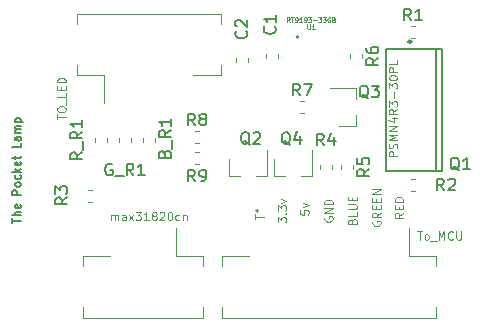
<source format=gbr>
%TF.GenerationSoftware,KiCad,Pcbnew,(5.1.6)-1*%
%TF.CreationDate,2020-08-19T17:28:43+02:00*%
%TF.ProjectId,spectrofluo,73706563-7472-46f6-966c-756f2e6b6963,rev?*%
%TF.SameCoordinates,Original*%
%TF.FileFunction,Legend,Top*%
%TF.FilePolarity,Positive*%
%FSLAX46Y46*%
G04 Gerber Fmt 4.6, Leading zero omitted, Abs format (unit mm)*
G04 Created by KiCad (PCBNEW (5.1.6)-1) date 2020-08-19 17:28:43*
%MOMM*%
%LPD*%
G01*
G04 APERTURE LIST*
%ADD10C,0.150000*%
%ADD11C,0.080000*%
%ADD12C,0.120000*%
%ADD13C,0.249999*%
%ADD14C,0.140000*%
%ADD15C,0.015000*%
G04 APERTURE END LIST*
D10*
X103756666Y-98463333D02*
X103756666Y-98063333D01*
X104456666Y-98263333D02*
X103756666Y-98263333D01*
X104456666Y-97830000D02*
X103756666Y-97830000D01*
X104456666Y-97530000D02*
X104090000Y-97530000D01*
X104023333Y-97563333D01*
X103990000Y-97630000D01*
X103990000Y-97730000D01*
X104023333Y-97796666D01*
X104056666Y-97830000D01*
X104423333Y-96930000D02*
X104456666Y-96996666D01*
X104456666Y-97130000D01*
X104423333Y-97196666D01*
X104356666Y-97230000D01*
X104090000Y-97230000D01*
X104023333Y-97196666D01*
X103990000Y-97130000D01*
X103990000Y-96996666D01*
X104023333Y-96930000D01*
X104090000Y-96896666D01*
X104156666Y-96896666D01*
X104223333Y-97230000D01*
X104456666Y-96063333D02*
X103756666Y-96063333D01*
X103756666Y-95796666D01*
X103790000Y-95730000D01*
X103823333Y-95696666D01*
X103890000Y-95663333D01*
X103990000Y-95663333D01*
X104056666Y-95696666D01*
X104090000Y-95730000D01*
X104123333Y-95796666D01*
X104123333Y-96063333D01*
X104456666Y-95263333D02*
X104423333Y-95330000D01*
X104390000Y-95363333D01*
X104323333Y-95396666D01*
X104123333Y-95396666D01*
X104056666Y-95363333D01*
X104023333Y-95330000D01*
X103990000Y-95263333D01*
X103990000Y-95163333D01*
X104023333Y-95096666D01*
X104056666Y-95063333D01*
X104123333Y-95030000D01*
X104323333Y-95030000D01*
X104390000Y-95063333D01*
X104423333Y-95096666D01*
X104456666Y-95163333D01*
X104456666Y-95263333D01*
X104423333Y-94430000D02*
X104456666Y-94496666D01*
X104456666Y-94630000D01*
X104423333Y-94696666D01*
X104390000Y-94730000D01*
X104323333Y-94763333D01*
X104123333Y-94763333D01*
X104056666Y-94730000D01*
X104023333Y-94696666D01*
X103990000Y-94630000D01*
X103990000Y-94496666D01*
X104023333Y-94430000D01*
X104456666Y-94130000D02*
X103756666Y-94130000D01*
X104190000Y-94063333D02*
X104456666Y-93863333D01*
X103990000Y-93863333D02*
X104256666Y-94130000D01*
X104423333Y-93296666D02*
X104456666Y-93363333D01*
X104456666Y-93496666D01*
X104423333Y-93563333D01*
X104356666Y-93596666D01*
X104090000Y-93596666D01*
X104023333Y-93563333D01*
X103990000Y-93496666D01*
X103990000Y-93363333D01*
X104023333Y-93296666D01*
X104090000Y-93263333D01*
X104156666Y-93263333D01*
X104223333Y-93596666D01*
X103990000Y-93063333D02*
X103990000Y-92796666D01*
X103756666Y-92963333D02*
X104356666Y-92963333D01*
X104423333Y-92930000D01*
X104456666Y-92863333D01*
X104456666Y-92796666D01*
X104456666Y-91696666D02*
X104456666Y-92030000D01*
X103756666Y-92030000D01*
X104456666Y-91163333D02*
X104090000Y-91163333D01*
X104023333Y-91196666D01*
X103990000Y-91263333D01*
X103990000Y-91396666D01*
X104023333Y-91463333D01*
X104423333Y-91163333D02*
X104456666Y-91230000D01*
X104456666Y-91396666D01*
X104423333Y-91463333D01*
X104356666Y-91496666D01*
X104290000Y-91496666D01*
X104223333Y-91463333D01*
X104190000Y-91396666D01*
X104190000Y-91230000D01*
X104156666Y-91163333D01*
X104456666Y-90830000D02*
X103990000Y-90830000D01*
X104056666Y-90830000D02*
X104023333Y-90796666D01*
X103990000Y-90730000D01*
X103990000Y-90630000D01*
X104023333Y-90563333D01*
X104090000Y-90530000D01*
X104456666Y-90530000D01*
X104090000Y-90530000D02*
X104023333Y-90496666D01*
X103990000Y-90430000D01*
X103990000Y-90330000D01*
X104023333Y-90263333D01*
X104090000Y-90230000D01*
X104456666Y-90230000D01*
X103990000Y-89896666D02*
X104690000Y-89896666D01*
X104023333Y-89896666D02*
X103990000Y-89830000D01*
X103990000Y-89696666D01*
X104023333Y-89630000D01*
X104056666Y-89596666D01*
X104123333Y-89563333D01*
X104323333Y-89563333D01*
X104390000Y-89596666D01*
X104423333Y-89630000D01*
X104456666Y-89696666D01*
X104456666Y-89830000D01*
X104423333Y-89896666D01*
D11*
X136841666Y-97605000D02*
X136508333Y-97838333D01*
X136841666Y-98005000D02*
X136141666Y-98005000D01*
X136141666Y-97738333D01*
X136175000Y-97671666D01*
X136208333Y-97638333D01*
X136275000Y-97605000D01*
X136375000Y-97605000D01*
X136441666Y-97638333D01*
X136475000Y-97671666D01*
X136508333Y-97738333D01*
X136508333Y-98005000D01*
X136475000Y-97305000D02*
X136475000Y-97071666D01*
X136841666Y-96971666D02*
X136841666Y-97305000D01*
X136141666Y-97305000D01*
X136141666Y-96971666D01*
X136841666Y-96671666D02*
X136141666Y-96671666D01*
X136141666Y-96505000D01*
X136175000Y-96405000D01*
X136241666Y-96338333D01*
X136308333Y-96305000D01*
X136441666Y-96271666D01*
X136541666Y-96271666D01*
X136675000Y-96305000D01*
X136741666Y-96338333D01*
X136808333Y-96405000D01*
X136841666Y-96505000D01*
X136841666Y-96671666D01*
X134270000Y-98321666D02*
X134236666Y-98388333D01*
X134236666Y-98488333D01*
X134270000Y-98588333D01*
X134336666Y-98655000D01*
X134403333Y-98688333D01*
X134536666Y-98721666D01*
X134636666Y-98721666D01*
X134770000Y-98688333D01*
X134836666Y-98655000D01*
X134903333Y-98588333D01*
X134936666Y-98488333D01*
X134936666Y-98421666D01*
X134903333Y-98321666D01*
X134870000Y-98288333D01*
X134636666Y-98288333D01*
X134636666Y-98421666D01*
X134936666Y-97588333D02*
X134603333Y-97821666D01*
X134936666Y-97988333D02*
X134236666Y-97988333D01*
X134236666Y-97721666D01*
X134270000Y-97655000D01*
X134303333Y-97621666D01*
X134370000Y-97588333D01*
X134470000Y-97588333D01*
X134536666Y-97621666D01*
X134570000Y-97655000D01*
X134603333Y-97721666D01*
X134603333Y-97988333D01*
X134570000Y-97288333D02*
X134570000Y-97055000D01*
X134936666Y-96955000D02*
X134936666Y-97288333D01*
X134236666Y-97288333D01*
X134236666Y-96955000D01*
X134570000Y-96655000D02*
X134570000Y-96421666D01*
X134936666Y-96321666D02*
X134936666Y-96655000D01*
X134236666Y-96655000D01*
X134236666Y-96321666D01*
X134936666Y-96021666D02*
X134236666Y-96021666D01*
X134936666Y-95621666D01*
X134236666Y-95621666D01*
X132538000Y-98325666D02*
X132571333Y-98225666D01*
X132604666Y-98192333D01*
X132671333Y-98159000D01*
X132771333Y-98159000D01*
X132838000Y-98192333D01*
X132871333Y-98225666D01*
X132904666Y-98292333D01*
X132904666Y-98559000D01*
X132204666Y-98559000D01*
X132204666Y-98325666D01*
X132238000Y-98259000D01*
X132271333Y-98225666D01*
X132338000Y-98192333D01*
X132404666Y-98192333D01*
X132471333Y-98225666D01*
X132504666Y-98259000D01*
X132538000Y-98325666D01*
X132538000Y-98559000D01*
X132904666Y-97525666D02*
X132904666Y-97859000D01*
X132204666Y-97859000D01*
X132204666Y-97292333D02*
X132771333Y-97292333D01*
X132838000Y-97259000D01*
X132871333Y-97225666D01*
X132904666Y-97159000D01*
X132904666Y-97025666D01*
X132871333Y-96959000D01*
X132838000Y-96925666D01*
X132771333Y-96892333D01*
X132204666Y-96892333D01*
X132538000Y-96559000D02*
X132538000Y-96325666D01*
X132904666Y-96225666D02*
X132904666Y-96559000D01*
X132204666Y-96559000D01*
X132204666Y-96225666D01*
X130206000Y-97942333D02*
X130172666Y-98009000D01*
X130172666Y-98109000D01*
X130206000Y-98209000D01*
X130272666Y-98275666D01*
X130339333Y-98309000D01*
X130472666Y-98342333D01*
X130572666Y-98342333D01*
X130706000Y-98309000D01*
X130772666Y-98275666D01*
X130839333Y-98209000D01*
X130872666Y-98109000D01*
X130872666Y-98042333D01*
X130839333Y-97942333D01*
X130806000Y-97909000D01*
X130572666Y-97909000D01*
X130572666Y-98042333D01*
X130872666Y-97609000D02*
X130172666Y-97609000D01*
X130872666Y-97209000D01*
X130172666Y-97209000D01*
X130872666Y-96875666D02*
X130172666Y-96875666D01*
X130172666Y-96709000D01*
X130206000Y-96609000D01*
X130272666Y-96542333D01*
X130339333Y-96509000D01*
X130472666Y-96475666D01*
X130572666Y-96475666D01*
X130706000Y-96509000D01*
X130772666Y-96542333D01*
X130839333Y-96609000D01*
X130872666Y-96709000D01*
X130872666Y-96875666D01*
X128140666Y-97382000D02*
X128140666Y-97715333D01*
X128474000Y-97748666D01*
X128440666Y-97715333D01*
X128407333Y-97648666D01*
X128407333Y-97482000D01*
X128440666Y-97415333D01*
X128474000Y-97382000D01*
X128540666Y-97348666D01*
X128707333Y-97348666D01*
X128774000Y-97382000D01*
X128807333Y-97415333D01*
X128840666Y-97482000D01*
X128840666Y-97648666D01*
X128807333Y-97715333D01*
X128774000Y-97748666D01*
X128374000Y-97115333D02*
X128840666Y-96948666D01*
X128374000Y-96782000D01*
X126235666Y-98409000D02*
X126235666Y-97975666D01*
X126502333Y-98209000D01*
X126502333Y-98109000D01*
X126535666Y-98042333D01*
X126569000Y-98009000D01*
X126635666Y-97975666D01*
X126802333Y-97975666D01*
X126869000Y-98009000D01*
X126902333Y-98042333D01*
X126935666Y-98109000D01*
X126935666Y-98309000D01*
X126902333Y-98375666D01*
X126869000Y-98409000D01*
X126869000Y-97675666D02*
X126902333Y-97642333D01*
X126935666Y-97675666D01*
X126902333Y-97709000D01*
X126869000Y-97675666D01*
X126935666Y-97675666D01*
X126235666Y-97409000D02*
X126235666Y-96975666D01*
X126502333Y-97209000D01*
X126502333Y-97109000D01*
X126535666Y-97042333D01*
X126569000Y-97009000D01*
X126635666Y-96975666D01*
X126802333Y-96975666D01*
X126869000Y-97009000D01*
X126902333Y-97042333D01*
X126935666Y-97109000D01*
X126935666Y-97309000D01*
X126902333Y-97375666D01*
X126869000Y-97409000D01*
X126469000Y-96742333D02*
X126935666Y-96575666D01*
X126469000Y-96409000D01*
X124330666Y-98129666D02*
X124330666Y-97729666D01*
X125030666Y-97929666D02*
X124330666Y-97929666D01*
X124330666Y-97396333D02*
X124364000Y-97463000D01*
X124430666Y-97496333D01*
X124497333Y-97463000D01*
X124530666Y-97396333D01*
X124497333Y-97329666D01*
X124430666Y-97296333D01*
X124364000Y-97329666D01*
X124330666Y-97396333D01*
D12*
%TO.C,B_R1*%
X114806000Y-91611267D02*
X114806000Y-91268733D01*
X115826000Y-91611267D02*
X115826000Y-91268733D01*
%TO.C,C1*%
X125220000Y-84156733D02*
X125220000Y-84499267D01*
X126240000Y-84156733D02*
X126240000Y-84499267D01*
%TO.C,C2*%
X122680000Y-84866267D02*
X122680000Y-84523733D01*
X123700000Y-84866267D02*
X123700000Y-84523733D01*
%TO.C,G_R1*%
X113794000Y-91611267D02*
X113794000Y-91268733D01*
X112774000Y-91611267D02*
X112774000Y-91268733D01*
%TO.C,J1*%
X109723000Y-106468000D02*
X109723000Y-105618000D01*
X119893000Y-106468000D02*
X109723000Y-106468000D01*
X119893000Y-105618000D02*
X119893000Y-106468000D01*
X109723000Y-101248000D02*
X112048000Y-101248000D01*
X109723000Y-102098000D02*
X109723000Y-101248000D01*
X117568000Y-101248000D02*
X117568000Y-98858000D01*
X119893000Y-101248000D02*
X117568000Y-101248000D01*
X119893000Y-102098000D02*
X119893000Y-101248000D01*
%TO.C,J2*%
X121471000Y-106468000D02*
X121471000Y-105618000D01*
X139641000Y-106468000D02*
X121471000Y-106468000D01*
X139641000Y-105618000D02*
X139641000Y-106468000D01*
X121471000Y-101248000D02*
X123796000Y-101248000D01*
X121471000Y-102098000D02*
X121471000Y-101248000D01*
X137316000Y-101248000D02*
X137316000Y-98858000D01*
X139641000Y-101248000D02*
X137316000Y-101248000D01*
X139641000Y-102098000D02*
X139641000Y-101248000D01*
%TO.C,J3*%
X121401000Y-80730000D02*
X121401000Y-81580000D01*
X109231000Y-80730000D02*
X121401000Y-80730000D01*
X109231000Y-81580000D02*
X109231000Y-80730000D01*
X121401000Y-85950000D02*
X119076000Y-85950000D01*
X121401000Y-85100000D02*
X121401000Y-85950000D01*
X111556000Y-85950000D02*
X111556000Y-88340000D01*
X109231000Y-85950000D02*
X111556000Y-85950000D01*
X109231000Y-85100000D02*
X109231000Y-85950000D01*
D10*
%TO.C,Q1*%
X139594001Y-94050000D02*
X139594001Y-83750000D01*
X140094000Y-94050000D02*
X140094000Y-83750000D01*
X135393999Y-94050000D02*
X135393999Y-83750000D01*
X135393999Y-94050000D02*
X140094000Y-94050000D01*
X135393999Y-83750000D02*
X140094000Y-83750000D01*
D13*
X137539001Y-83099999D02*
G75*
G03*
X137539001Y-83099999I-125001J0D01*
G01*
D12*
%TO.C,Q2*%
X122118000Y-94486000D02*
X122118000Y-93026000D01*
X125278000Y-94486000D02*
X125278000Y-92326000D01*
X125278000Y-94486000D02*
X124348000Y-94486000D01*
X122118000Y-94486000D02*
X123048000Y-94486000D01*
%TO.C,Q3*%
X132840000Y-90226000D02*
X131380000Y-90226000D01*
X132840000Y-87066000D02*
X130680000Y-87066000D01*
X132840000Y-87066000D02*
X132840000Y-87996000D01*
X132840000Y-90226000D02*
X132840000Y-89296000D01*
%TO.C,Q4*%
X125928000Y-94486000D02*
X126858000Y-94486000D01*
X129088000Y-94486000D02*
X128158000Y-94486000D01*
X129088000Y-94486000D02*
X129088000Y-92326000D01*
X125928000Y-94486000D02*
X125928000Y-93026000D01*
%TO.C,R1*%
X137496733Y-82806000D02*
X137839267Y-82806000D01*
X137496733Y-81786000D02*
X137839267Y-81786000D01*
%TO.C,R2*%
X137496733Y-94740000D02*
X137839267Y-94740000D01*
X137496733Y-95760000D02*
X137839267Y-95760000D01*
%TO.C,R3*%
X110534267Y-95629000D02*
X110191733Y-95629000D01*
X110534267Y-96649000D02*
X110191733Y-96649000D01*
%TO.C,R4*%
X130812000Y-93554733D02*
X130812000Y-93897267D01*
X129792000Y-93554733D02*
X129792000Y-93897267D01*
%TO.C,R5*%
X131570000Y-93554733D02*
X131570000Y-93897267D01*
X132590000Y-93554733D02*
X132590000Y-93897267D01*
%TO.C,R6*%
X132332000Y-84156733D02*
X132332000Y-84499267D01*
X133352000Y-84156733D02*
X133352000Y-84499267D01*
%TO.C,R7*%
X128098733Y-88136000D02*
X128441267Y-88136000D01*
X128098733Y-89156000D02*
X128441267Y-89156000D01*
%TO.C,R8*%
X119208733Y-90676000D02*
X119551267Y-90676000D01*
X119208733Y-91696000D02*
X119551267Y-91696000D01*
%TO.C,R9*%
X119208733Y-93474000D02*
X119551267Y-93474000D01*
X119208733Y-92454000D02*
X119551267Y-92454000D01*
%TO.C,R_R1*%
X111762000Y-91268733D02*
X111762000Y-91611267D01*
X110742000Y-91268733D02*
X110742000Y-91611267D01*
D14*
%TO.C,U1*%
X127956000Y-82728000D02*
G75*
G03*
X127956000Y-82728000I-70000J0D01*
G01*
%TO.C,B_R1*%
D10*
X116641571Y-92598714D02*
X116689190Y-92455857D01*
X116736809Y-92408238D01*
X116832047Y-92360619D01*
X116974904Y-92360619D01*
X117070142Y-92408238D01*
X117117761Y-92455857D01*
X117165380Y-92551095D01*
X117165380Y-92932047D01*
X116165380Y-92932047D01*
X116165380Y-92598714D01*
X116213000Y-92503476D01*
X116260619Y-92455857D01*
X116355857Y-92408238D01*
X116451095Y-92408238D01*
X116546333Y-92455857D01*
X116593952Y-92503476D01*
X116641571Y-92598714D01*
X116641571Y-92932047D01*
X117260619Y-92170142D02*
X117260619Y-91408238D01*
X117165380Y-90598714D02*
X116689190Y-90932047D01*
X117165380Y-91170142D02*
X116165380Y-91170142D01*
X116165380Y-90789190D01*
X116213000Y-90693952D01*
X116260619Y-90646333D01*
X116355857Y-90598714D01*
X116498714Y-90598714D01*
X116593952Y-90646333D01*
X116641571Y-90693952D01*
X116689190Y-90789190D01*
X116689190Y-91170142D01*
X117165380Y-89646333D02*
X117165380Y-90217761D01*
X117165380Y-89932047D02*
X116165380Y-89932047D01*
X116308238Y-90027285D01*
X116403476Y-90122523D01*
X116451095Y-90217761D01*
%TO.C,C1*%
X125960142Y-81827666D02*
X126007761Y-81875285D01*
X126055380Y-82018142D01*
X126055380Y-82113380D01*
X126007761Y-82256238D01*
X125912523Y-82351476D01*
X125817285Y-82399095D01*
X125626809Y-82446714D01*
X125483952Y-82446714D01*
X125293476Y-82399095D01*
X125198238Y-82351476D01*
X125103000Y-82256238D01*
X125055380Y-82113380D01*
X125055380Y-82018142D01*
X125103000Y-81875285D01*
X125150619Y-81827666D01*
X126055380Y-80875285D02*
X126055380Y-81446714D01*
X126055380Y-81161000D02*
X125055380Y-81161000D01*
X125198238Y-81256238D01*
X125293476Y-81351476D01*
X125341095Y-81446714D01*
%TO.C,C2*%
X123547142Y-82208666D02*
X123594761Y-82256285D01*
X123642380Y-82399142D01*
X123642380Y-82494380D01*
X123594761Y-82637238D01*
X123499523Y-82732476D01*
X123404285Y-82780095D01*
X123213809Y-82827714D01*
X123070952Y-82827714D01*
X122880476Y-82780095D01*
X122785238Y-82732476D01*
X122690000Y-82637238D01*
X122642380Y-82494380D01*
X122642380Y-82399142D01*
X122690000Y-82256285D01*
X122737619Y-82208666D01*
X122737619Y-81827714D02*
X122690000Y-81780095D01*
X122642380Y-81684857D01*
X122642380Y-81446761D01*
X122690000Y-81351523D01*
X122737619Y-81303904D01*
X122832857Y-81256285D01*
X122928095Y-81256285D01*
X123070952Y-81303904D01*
X123642380Y-81875333D01*
X123642380Y-81256285D01*
%TO.C,G_R1*%
X112188761Y-93480000D02*
X112093523Y-93432380D01*
X111950666Y-93432380D01*
X111807809Y-93480000D01*
X111712571Y-93575238D01*
X111664952Y-93670476D01*
X111617333Y-93860952D01*
X111617333Y-94003809D01*
X111664952Y-94194285D01*
X111712571Y-94289523D01*
X111807809Y-94384761D01*
X111950666Y-94432380D01*
X112045904Y-94432380D01*
X112188761Y-94384761D01*
X112236380Y-94337142D01*
X112236380Y-94003809D01*
X112045904Y-94003809D01*
X112426857Y-94527619D02*
X113188761Y-94527619D01*
X113998285Y-94432380D02*
X113664952Y-93956190D01*
X113426857Y-94432380D02*
X113426857Y-93432380D01*
X113807809Y-93432380D01*
X113903047Y-93480000D01*
X113950666Y-93527619D01*
X113998285Y-93622857D01*
X113998285Y-93765714D01*
X113950666Y-93860952D01*
X113903047Y-93908571D01*
X113807809Y-93956190D01*
X113426857Y-93956190D01*
X114950666Y-94432380D02*
X114379238Y-94432380D01*
X114664952Y-94432380D02*
X114664952Y-93432380D01*
X114569714Y-93575238D01*
X114474476Y-93670476D01*
X114379238Y-93718095D01*
%TO.C,J1*%
D11*
X112132666Y-98233666D02*
X112132666Y-97767000D01*
X112132666Y-97833666D02*
X112166000Y-97800333D01*
X112232666Y-97767000D01*
X112332666Y-97767000D01*
X112399333Y-97800333D01*
X112432666Y-97867000D01*
X112432666Y-98233666D01*
X112432666Y-97867000D02*
X112466000Y-97800333D01*
X112532666Y-97767000D01*
X112632666Y-97767000D01*
X112699333Y-97800333D01*
X112732666Y-97867000D01*
X112732666Y-98233666D01*
X113366000Y-98233666D02*
X113366000Y-97867000D01*
X113332666Y-97800333D01*
X113266000Y-97767000D01*
X113132666Y-97767000D01*
X113066000Y-97800333D01*
X113366000Y-98200333D02*
X113299333Y-98233666D01*
X113132666Y-98233666D01*
X113066000Y-98200333D01*
X113032666Y-98133666D01*
X113032666Y-98067000D01*
X113066000Y-98000333D01*
X113132666Y-97967000D01*
X113299333Y-97967000D01*
X113366000Y-97933666D01*
X113632666Y-98233666D02*
X113999333Y-97767000D01*
X113632666Y-97767000D02*
X113999333Y-98233666D01*
X114199333Y-97533666D02*
X114632666Y-97533666D01*
X114399333Y-97800333D01*
X114499333Y-97800333D01*
X114566000Y-97833666D01*
X114599333Y-97867000D01*
X114632666Y-97933666D01*
X114632666Y-98100333D01*
X114599333Y-98167000D01*
X114566000Y-98200333D01*
X114499333Y-98233666D01*
X114299333Y-98233666D01*
X114232666Y-98200333D01*
X114199333Y-98167000D01*
X115299333Y-98233666D02*
X114899333Y-98233666D01*
X115099333Y-98233666D02*
X115099333Y-97533666D01*
X115032666Y-97633666D01*
X114966000Y-97700333D01*
X114899333Y-97733666D01*
X115699333Y-97833666D02*
X115632666Y-97800333D01*
X115599333Y-97767000D01*
X115566000Y-97700333D01*
X115566000Y-97667000D01*
X115599333Y-97600333D01*
X115632666Y-97567000D01*
X115699333Y-97533666D01*
X115832666Y-97533666D01*
X115899333Y-97567000D01*
X115932666Y-97600333D01*
X115966000Y-97667000D01*
X115966000Y-97700333D01*
X115932666Y-97767000D01*
X115899333Y-97800333D01*
X115832666Y-97833666D01*
X115699333Y-97833666D01*
X115632666Y-97867000D01*
X115599333Y-97900333D01*
X115566000Y-97967000D01*
X115566000Y-98100333D01*
X115599333Y-98167000D01*
X115632666Y-98200333D01*
X115699333Y-98233666D01*
X115832666Y-98233666D01*
X115899333Y-98200333D01*
X115932666Y-98167000D01*
X115966000Y-98100333D01*
X115966000Y-97967000D01*
X115932666Y-97900333D01*
X115899333Y-97867000D01*
X115832666Y-97833666D01*
X116232666Y-97600333D02*
X116266000Y-97567000D01*
X116332666Y-97533666D01*
X116499333Y-97533666D01*
X116566000Y-97567000D01*
X116599333Y-97600333D01*
X116632666Y-97667000D01*
X116632666Y-97733666D01*
X116599333Y-97833666D01*
X116199333Y-98233666D01*
X116632666Y-98233666D01*
X117066000Y-97533666D02*
X117132666Y-97533666D01*
X117199333Y-97567000D01*
X117232666Y-97600333D01*
X117266000Y-97667000D01*
X117299333Y-97800333D01*
X117299333Y-97967000D01*
X117266000Y-98100333D01*
X117232666Y-98167000D01*
X117199333Y-98200333D01*
X117132666Y-98233666D01*
X117066000Y-98233666D01*
X116999333Y-98200333D01*
X116966000Y-98167000D01*
X116932666Y-98100333D01*
X116899333Y-97967000D01*
X116899333Y-97800333D01*
X116932666Y-97667000D01*
X116966000Y-97600333D01*
X116999333Y-97567000D01*
X117066000Y-97533666D01*
X117899333Y-98200333D02*
X117832666Y-98233666D01*
X117699333Y-98233666D01*
X117632666Y-98200333D01*
X117599333Y-98167000D01*
X117566000Y-98100333D01*
X117566000Y-97900333D01*
X117599333Y-97833666D01*
X117632666Y-97800333D01*
X117699333Y-97767000D01*
X117832666Y-97767000D01*
X117899333Y-97800333D01*
X118199333Y-97767000D02*
X118199333Y-98233666D01*
X118199333Y-97833666D02*
X118232666Y-97800333D01*
X118299333Y-97767000D01*
X118399333Y-97767000D01*
X118466000Y-97800333D01*
X118499333Y-97867000D01*
X118499333Y-98233666D01*
%TO.C,J2*%
X138054000Y-99184666D02*
X138454000Y-99184666D01*
X138254000Y-99884666D02*
X138254000Y-99184666D01*
X138787333Y-99884666D02*
X138720666Y-99851333D01*
X138687333Y-99818000D01*
X138654000Y-99751333D01*
X138654000Y-99551333D01*
X138687333Y-99484666D01*
X138720666Y-99451333D01*
X138787333Y-99418000D01*
X138887333Y-99418000D01*
X138954000Y-99451333D01*
X138987333Y-99484666D01*
X139020666Y-99551333D01*
X139020666Y-99751333D01*
X138987333Y-99818000D01*
X138954000Y-99851333D01*
X138887333Y-99884666D01*
X138787333Y-99884666D01*
X139154000Y-99951333D02*
X139687333Y-99951333D01*
X139854000Y-99884666D02*
X139854000Y-99184666D01*
X140087333Y-99684666D01*
X140320666Y-99184666D01*
X140320666Y-99884666D01*
X141054000Y-99818000D02*
X141020666Y-99851333D01*
X140920666Y-99884666D01*
X140854000Y-99884666D01*
X140754000Y-99851333D01*
X140687333Y-99784666D01*
X140654000Y-99718000D01*
X140620666Y-99584666D01*
X140620666Y-99484666D01*
X140654000Y-99351333D01*
X140687333Y-99284666D01*
X140754000Y-99218000D01*
X140854000Y-99184666D01*
X140920666Y-99184666D01*
X141020666Y-99218000D01*
X141054000Y-99251333D01*
X141354000Y-99184666D02*
X141354000Y-99751333D01*
X141387333Y-99818000D01*
X141420666Y-99851333D01*
X141487333Y-99884666D01*
X141620666Y-99884666D01*
X141687333Y-99851333D01*
X141720666Y-99818000D01*
X141754000Y-99751333D01*
X141754000Y-99184666D01*
%TO.C,J3*%
X107566666Y-89667333D02*
X107566666Y-89267333D01*
X108266666Y-89467333D02*
X107566666Y-89467333D01*
X107566666Y-88900666D02*
X107566666Y-88767333D01*
X107600000Y-88700666D01*
X107666666Y-88634000D01*
X107800000Y-88600666D01*
X108033333Y-88600666D01*
X108166666Y-88634000D01*
X108233333Y-88700666D01*
X108266666Y-88767333D01*
X108266666Y-88900666D01*
X108233333Y-88967333D01*
X108166666Y-89034000D01*
X108033333Y-89067333D01*
X107800000Y-89067333D01*
X107666666Y-89034000D01*
X107600000Y-88967333D01*
X107566666Y-88900666D01*
X108333333Y-88467333D02*
X108333333Y-87934000D01*
X108266666Y-87434000D02*
X108266666Y-87767333D01*
X107566666Y-87767333D01*
X107900000Y-87200666D02*
X107900000Y-86967333D01*
X108266666Y-86867333D02*
X108266666Y-87200666D01*
X107566666Y-87200666D01*
X107566666Y-86867333D01*
X108266666Y-86567333D02*
X107566666Y-86567333D01*
X107566666Y-86400666D01*
X107600000Y-86300666D01*
X107666666Y-86234000D01*
X107733333Y-86200666D01*
X107866666Y-86167333D01*
X107966666Y-86167333D01*
X108100000Y-86200666D01*
X108166666Y-86234000D01*
X108233333Y-86300666D01*
X108266666Y-86400666D01*
X108266666Y-86567333D01*
%TO.C,Q1*%
D10*
X141591261Y-94019619D02*
X141496023Y-93972000D01*
X141400785Y-93876761D01*
X141257928Y-93733904D01*
X141162690Y-93686285D01*
X141067452Y-93686285D01*
X141115071Y-93924380D02*
X141019833Y-93876761D01*
X140924595Y-93781523D01*
X140876976Y-93591047D01*
X140876976Y-93257714D01*
X140924595Y-93067238D01*
X141019833Y-92972000D01*
X141115071Y-92924380D01*
X141305547Y-92924380D01*
X141400785Y-92972000D01*
X141496023Y-93067238D01*
X141543642Y-93257714D01*
X141543642Y-93591047D01*
X141496023Y-93781523D01*
X141400785Y-93876761D01*
X141305547Y-93924380D01*
X141115071Y-93924380D01*
X142496023Y-93924380D02*
X141924595Y-93924380D01*
X142210309Y-93924380D02*
X142210309Y-92924380D01*
X142115071Y-93067238D01*
X142019833Y-93162476D01*
X141924595Y-93210095D01*
D11*
X136333666Y-92806333D02*
X135633666Y-92806333D01*
X135633666Y-92539666D01*
X135667000Y-92473000D01*
X135700333Y-92439666D01*
X135767000Y-92406333D01*
X135867000Y-92406333D01*
X135933666Y-92439666D01*
X135967000Y-92473000D01*
X136000333Y-92539666D01*
X136000333Y-92806333D01*
X136300333Y-92139666D02*
X136333666Y-92039666D01*
X136333666Y-91873000D01*
X136300333Y-91806333D01*
X136267000Y-91773000D01*
X136200333Y-91739666D01*
X136133666Y-91739666D01*
X136067000Y-91773000D01*
X136033666Y-91806333D01*
X136000333Y-91873000D01*
X135967000Y-92006333D01*
X135933666Y-92073000D01*
X135900333Y-92106333D01*
X135833666Y-92139666D01*
X135767000Y-92139666D01*
X135700333Y-92106333D01*
X135667000Y-92073000D01*
X135633666Y-92006333D01*
X135633666Y-91839666D01*
X135667000Y-91739666D01*
X136333666Y-91439666D02*
X135633666Y-91439666D01*
X136133666Y-91206333D01*
X135633666Y-90973000D01*
X136333666Y-90973000D01*
X136333666Y-90639666D02*
X135633666Y-90639666D01*
X136333666Y-90239666D01*
X135633666Y-90239666D01*
X135867000Y-89606333D02*
X136333666Y-89606333D01*
X135600333Y-89773000D02*
X136100333Y-89939666D01*
X136100333Y-89506333D01*
X136333666Y-88839666D02*
X136000333Y-89073000D01*
X136333666Y-89239666D02*
X135633666Y-89239666D01*
X135633666Y-88973000D01*
X135667000Y-88906333D01*
X135700333Y-88873000D01*
X135767000Y-88839666D01*
X135867000Y-88839666D01*
X135933666Y-88873000D01*
X135967000Y-88906333D01*
X136000333Y-88973000D01*
X136000333Y-89239666D01*
X135633666Y-88606333D02*
X135633666Y-88173000D01*
X135900333Y-88406333D01*
X135900333Y-88306333D01*
X135933666Y-88239666D01*
X135967000Y-88206333D01*
X136033666Y-88173000D01*
X136200333Y-88173000D01*
X136267000Y-88206333D01*
X136300333Y-88239666D01*
X136333666Y-88306333D01*
X136333666Y-88506333D01*
X136300333Y-88573000D01*
X136267000Y-88606333D01*
X136067000Y-87873000D02*
X136067000Y-87339666D01*
X135633666Y-87073000D02*
X135633666Y-86639666D01*
X135900333Y-86873000D01*
X135900333Y-86773000D01*
X135933666Y-86706333D01*
X135967000Y-86673000D01*
X136033666Y-86639666D01*
X136200333Y-86639666D01*
X136267000Y-86673000D01*
X136300333Y-86706333D01*
X136333666Y-86773000D01*
X136333666Y-86973000D01*
X136300333Y-87039666D01*
X136267000Y-87073000D01*
X135633666Y-86206333D02*
X135633666Y-86139666D01*
X135667000Y-86073000D01*
X135700333Y-86039666D01*
X135767000Y-86006333D01*
X135900333Y-85973000D01*
X136067000Y-85973000D01*
X136200333Y-86006333D01*
X136267000Y-86039666D01*
X136300333Y-86073000D01*
X136333666Y-86139666D01*
X136333666Y-86206333D01*
X136300333Y-86273000D01*
X136267000Y-86306333D01*
X136200333Y-86339666D01*
X136067000Y-86373000D01*
X135900333Y-86373000D01*
X135767000Y-86339666D01*
X135700333Y-86306333D01*
X135667000Y-86273000D01*
X135633666Y-86206333D01*
X136333666Y-85673000D02*
X135633666Y-85673000D01*
X135633666Y-85406333D01*
X135667000Y-85339666D01*
X135700333Y-85306333D01*
X135767000Y-85273000D01*
X135867000Y-85273000D01*
X135933666Y-85306333D01*
X135967000Y-85339666D01*
X136000333Y-85406333D01*
X136000333Y-85673000D01*
X136333666Y-84639666D02*
X136333666Y-84973000D01*
X135633666Y-84973000D01*
%TO.C,Q2*%
D10*
X123856761Y-91860619D02*
X123761523Y-91813000D01*
X123666285Y-91717761D01*
X123523428Y-91574904D01*
X123428190Y-91527285D01*
X123332952Y-91527285D01*
X123380571Y-91765380D02*
X123285333Y-91717761D01*
X123190095Y-91622523D01*
X123142476Y-91432047D01*
X123142476Y-91098714D01*
X123190095Y-90908238D01*
X123285333Y-90813000D01*
X123380571Y-90765380D01*
X123571047Y-90765380D01*
X123666285Y-90813000D01*
X123761523Y-90908238D01*
X123809142Y-91098714D01*
X123809142Y-91432047D01*
X123761523Y-91622523D01*
X123666285Y-91717761D01*
X123571047Y-91765380D01*
X123380571Y-91765380D01*
X124190095Y-90860619D02*
X124237714Y-90813000D01*
X124332952Y-90765380D01*
X124571047Y-90765380D01*
X124666285Y-90813000D01*
X124713904Y-90860619D01*
X124761523Y-90955857D01*
X124761523Y-91051095D01*
X124713904Y-91193952D01*
X124142476Y-91765380D01*
X124761523Y-91765380D01*
%TO.C,Q3*%
X133889761Y-87923619D02*
X133794523Y-87876000D01*
X133699285Y-87780761D01*
X133556428Y-87637904D01*
X133461190Y-87590285D01*
X133365952Y-87590285D01*
X133413571Y-87828380D02*
X133318333Y-87780761D01*
X133223095Y-87685523D01*
X133175476Y-87495047D01*
X133175476Y-87161714D01*
X133223095Y-86971238D01*
X133318333Y-86876000D01*
X133413571Y-86828380D01*
X133604047Y-86828380D01*
X133699285Y-86876000D01*
X133794523Y-86971238D01*
X133842142Y-87161714D01*
X133842142Y-87495047D01*
X133794523Y-87685523D01*
X133699285Y-87780761D01*
X133604047Y-87828380D01*
X133413571Y-87828380D01*
X134175476Y-86828380D02*
X134794523Y-86828380D01*
X134461190Y-87209333D01*
X134604047Y-87209333D01*
X134699285Y-87256952D01*
X134746904Y-87304571D01*
X134794523Y-87399809D01*
X134794523Y-87637904D01*
X134746904Y-87733142D01*
X134699285Y-87780761D01*
X134604047Y-87828380D01*
X134318333Y-87828380D01*
X134223095Y-87780761D01*
X134175476Y-87733142D01*
%TO.C,Q4*%
X127285761Y-91860619D02*
X127190523Y-91813000D01*
X127095285Y-91717761D01*
X126952428Y-91574904D01*
X126857190Y-91527285D01*
X126761952Y-91527285D01*
X126809571Y-91765380D02*
X126714333Y-91717761D01*
X126619095Y-91622523D01*
X126571476Y-91432047D01*
X126571476Y-91098714D01*
X126619095Y-90908238D01*
X126714333Y-90813000D01*
X126809571Y-90765380D01*
X127000047Y-90765380D01*
X127095285Y-90813000D01*
X127190523Y-90908238D01*
X127238142Y-91098714D01*
X127238142Y-91432047D01*
X127190523Y-91622523D01*
X127095285Y-91717761D01*
X127000047Y-91765380D01*
X126809571Y-91765380D01*
X128095285Y-91098714D02*
X128095285Y-91765380D01*
X127857190Y-90717761D02*
X127619095Y-91432047D01*
X128238142Y-91432047D01*
%TO.C,R1*%
X137501333Y-81318380D02*
X137168000Y-80842190D01*
X136929904Y-81318380D02*
X136929904Y-80318380D01*
X137310857Y-80318380D01*
X137406095Y-80366000D01*
X137453714Y-80413619D01*
X137501333Y-80508857D01*
X137501333Y-80651714D01*
X137453714Y-80746952D01*
X137406095Y-80794571D01*
X137310857Y-80842190D01*
X136929904Y-80842190D01*
X138453714Y-81318380D02*
X137882285Y-81318380D01*
X138168000Y-81318380D02*
X138168000Y-80318380D01*
X138072761Y-80461238D01*
X137977523Y-80556476D01*
X137882285Y-80604095D01*
%TO.C,R2*%
X140295333Y-95702380D02*
X139962000Y-95226190D01*
X139723904Y-95702380D02*
X139723904Y-94702380D01*
X140104857Y-94702380D01*
X140200095Y-94750000D01*
X140247714Y-94797619D01*
X140295333Y-94892857D01*
X140295333Y-95035714D01*
X140247714Y-95130952D01*
X140200095Y-95178571D01*
X140104857Y-95226190D01*
X139723904Y-95226190D01*
X140676285Y-94797619D02*
X140723904Y-94750000D01*
X140819142Y-94702380D01*
X141057238Y-94702380D01*
X141152476Y-94750000D01*
X141200095Y-94797619D01*
X141247714Y-94892857D01*
X141247714Y-94988095D01*
X141200095Y-95130952D01*
X140628666Y-95702380D01*
X141247714Y-95702380D01*
%TO.C,R3*%
X108402380Y-96305666D02*
X107926190Y-96639000D01*
X108402380Y-96877095D02*
X107402380Y-96877095D01*
X107402380Y-96496142D01*
X107450000Y-96400904D01*
X107497619Y-96353285D01*
X107592857Y-96305666D01*
X107735714Y-96305666D01*
X107830952Y-96353285D01*
X107878571Y-96400904D01*
X107926190Y-96496142D01*
X107926190Y-96877095D01*
X107402380Y-95972333D02*
X107402380Y-95353285D01*
X107783333Y-95686619D01*
X107783333Y-95543761D01*
X107830952Y-95448523D01*
X107878571Y-95400904D01*
X107973809Y-95353285D01*
X108211904Y-95353285D01*
X108307142Y-95400904D01*
X108354761Y-95448523D01*
X108402380Y-95543761D01*
X108402380Y-95829476D01*
X108354761Y-95924714D01*
X108307142Y-95972333D01*
%TO.C,R4*%
X130135333Y-91892380D02*
X129802000Y-91416190D01*
X129563904Y-91892380D02*
X129563904Y-90892380D01*
X129944857Y-90892380D01*
X130040095Y-90940000D01*
X130087714Y-90987619D01*
X130135333Y-91082857D01*
X130135333Y-91225714D01*
X130087714Y-91320952D01*
X130040095Y-91368571D01*
X129944857Y-91416190D01*
X129563904Y-91416190D01*
X130992476Y-91225714D02*
X130992476Y-91892380D01*
X130754380Y-90844761D02*
X130516285Y-91559047D01*
X131135333Y-91559047D01*
%TO.C,R5*%
X133962380Y-93892666D02*
X133486190Y-94226000D01*
X133962380Y-94464095D02*
X132962380Y-94464095D01*
X132962380Y-94083142D01*
X133010000Y-93987904D01*
X133057619Y-93940285D01*
X133152857Y-93892666D01*
X133295714Y-93892666D01*
X133390952Y-93940285D01*
X133438571Y-93987904D01*
X133486190Y-94083142D01*
X133486190Y-94464095D01*
X132962380Y-92987904D02*
X132962380Y-93464095D01*
X133438571Y-93511714D01*
X133390952Y-93464095D01*
X133343333Y-93368857D01*
X133343333Y-93130761D01*
X133390952Y-93035523D01*
X133438571Y-92987904D01*
X133533809Y-92940285D01*
X133771904Y-92940285D01*
X133867142Y-92987904D01*
X133914761Y-93035523D01*
X133962380Y-93130761D01*
X133962380Y-93368857D01*
X133914761Y-93464095D01*
X133867142Y-93511714D01*
%TO.C,R6*%
X134724380Y-84494666D02*
X134248190Y-84828000D01*
X134724380Y-85066095D02*
X133724380Y-85066095D01*
X133724380Y-84685142D01*
X133772000Y-84589904D01*
X133819619Y-84542285D01*
X133914857Y-84494666D01*
X134057714Y-84494666D01*
X134152952Y-84542285D01*
X134200571Y-84589904D01*
X134248190Y-84685142D01*
X134248190Y-85066095D01*
X133724380Y-83637523D02*
X133724380Y-83828000D01*
X133772000Y-83923238D01*
X133819619Y-83970857D01*
X133962476Y-84066095D01*
X134152952Y-84113714D01*
X134533904Y-84113714D01*
X134629142Y-84066095D01*
X134676761Y-84018476D01*
X134724380Y-83923238D01*
X134724380Y-83732761D01*
X134676761Y-83637523D01*
X134629142Y-83589904D01*
X134533904Y-83542285D01*
X134295809Y-83542285D01*
X134200571Y-83589904D01*
X134152952Y-83637523D01*
X134105333Y-83732761D01*
X134105333Y-83923238D01*
X134152952Y-84018476D01*
X134200571Y-84066095D01*
X134295809Y-84113714D01*
%TO.C,R7*%
X128103333Y-87668380D02*
X127770000Y-87192190D01*
X127531904Y-87668380D02*
X127531904Y-86668380D01*
X127912857Y-86668380D01*
X128008095Y-86716000D01*
X128055714Y-86763619D01*
X128103333Y-86858857D01*
X128103333Y-87001714D01*
X128055714Y-87096952D01*
X128008095Y-87144571D01*
X127912857Y-87192190D01*
X127531904Y-87192190D01*
X128436666Y-86668380D02*
X129103333Y-86668380D01*
X128674761Y-87668380D01*
%TO.C,R8*%
X119213333Y-90208380D02*
X118880000Y-89732190D01*
X118641904Y-90208380D02*
X118641904Y-89208380D01*
X119022857Y-89208380D01*
X119118095Y-89256000D01*
X119165714Y-89303619D01*
X119213333Y-89398857D01*
X119213333Y-89541714D01*
X119165714Y-89636952D01*
X119118095Y-89684571D01*
X119022857Y-89732190D01*
X118641904Y-89732190D01*
X119784761Y-89636952D02*
X119689523Y-89589333D01*
X119641904Y-89541714D01*
X119594285Y-89446476D01*
X119594285Y-89398857D01*
X119641904Y-89303619D01*
X119689523Y-89256000D01*
X119784761Y-89208380D01*
X119975238Y-89208380D01*
X120070476Y-89256000D01*
X120118095Y-89303619D01*
X120165714Y-89398857D01*
X120165714Y-89446476D01*
X120118095Y-89541714D01*
X120070476Y-89589333D01*
X119975238Y-89636952D01*
X119784761Y-89636952D01*
X119689523Y-89684571D01*
X119641904Y-89732190D01*
X119594285Y-89827428D01*
X119594285Y-90017904D01*
X119641904Y-90113142D01*
X119689523Y-90160761D01*
X119784761Y-90208380D01*
X119975238Y-90208380D01*
X120070476Y-90160761D01*
X120118095Y-90113142D01*
X120165714Y-90017904D01*
X120165714Y-89827428D01*
X120118095Y-89732190D01*
X120070476Y-89684571D01*
X119975238Y-89636952D01*
%TO.C,R9*%
X119213333Y-94940380D02*
X118880000Y-94464190D01*
X118641904Y-94940380D02*
X118641904Y-93940380D01*
X119022857Y-93940380D01*
X119118095Y-93988000D01*
X119165714Y-94035619D01*
X119213333Y-94130857D01*
X119213333Y-94273714D01*
X119165714Y-94368952D01*
X119118095Y-94416571D01*
X119022857Y-94464190D01*
X118641904Y-94464190D01*
X119689523Y-94940380D02*
X119880000Y-94940380D01*
X119975238Y-94892761D01*
X120022857Y-94845142D01*
X120118095Y-94702285D01*
X120165714Y-94511809D01*
X120165714Y-94130857D01*
X120118095Y-94035619D01*
X120070476Y-93988000D01*
X119975238Y-93940380D01*
X119784761Y-93940380D01*
X119689523Y-93988000D01*
X119641904Y-94035619D01*
X119594285Y-94130857D01*
X119594285Y-94368952D01*
X119641904Y-94464190D01*
X119689523Y-94511809D01*
X119784761Y-94559428D01*
X119975238Y-94559428D01*
X120070476Y-94511809D01*
X120118095Y-94464190D01*
X120165714Y-94368952D01*
%TO.C,R_R1*%
X109672380Y-92487619D02*
X109196190Y-92820952D01*
X109672380Y-93059047D02*
X108672380Y-93059047D01*
X108672380Y-92678095D01*
X108720000Y-92582857D01*
X108767619Y-92535238D01*
X108862857Y-92487619D01*
X109005714Y-92487619D01*
X109100952Y-92535238D01*
X109148571Y-92582857D01*
X109196190Y-92678095D01*
X109196190Y-93059047D01*
X109767619Y-92297142D02*
X109767619Y-91535238D01*
X109672380Y-90725714D02*
X109196190Y-91059047D01*
X109672380Y-91297142D02*
X108672380Y-91297142D01*
X108672380Y-90916190D01*
X108720000Y-90820952D01*
X108767619Y-90773333D01*
X108862857Y-90725714D01*
X109005714Y-90725714D01*
X109100952Y-90773333D01*
X109148571Y-90820952D01*
X109196190Y-90916190D01*
X109196190Y-91297142D01*
X109672380Y-89773333D02*
X109672380Y-90344761D01*
X109672380Y-90059047D02*
X108672380Y-90059047D01*
X108815238Y-90154285D01*
X108910476Y-90249523D01*
X108958095Y-90344761D01*
%TO.C,U1*%
D15*
X128734415Y-81654525D02*
X128734415Y-81974178D01*
X128753218Y-82011784D01*
X128772021Y-82030587D01*
X128809627Y-82049390D01*
X128884840Y-82049390D01*
X128922446Y-82030587D01*
X128941249Y-82011784D01*
X128960052Y-81974178D01*
X128960052Y-81654525D01*
X129354917Y-82049390D02*
X129129280Y-82049390D01*
X129242099Y-82049390D02*
X129242099Y-81654525D01*
X129204492Y-81710934D01*
X129166886Y-81748540D01*
X129129280Y-81767343D01*
X127237250Y-81458535D02*
X127105697Y-81270603D01*
X127011732Y-81458535D02*
X127011732Y-81063878D01*
X127162077Y-81063878D01*
X127199663Y-81082671D01*
X127218457Y-81101464D01*
X127237250Y-81139051D01*
X127237250Y-81195430D01*
X127218457Y-81233017D01*
X127199663Y-81251810D01*
X127162077Y-81270603D01*
X127011732Y-81270603D01*
X127350009Y-81063878D02*
X127575527Y-81063878D01*
X127462768Y-81458535D02*
X127462768Y-81063878D01*
X127725873Y-81458535D02*
X127801046Y-81458535D01*
X127838632Y-81439742D01*
X127857425Y-81420948D01*
X127895011Y-81364569D01*
X127913805Y-81289396D01*
X127913805Y-81139051D01*
X127895011Y-81101464D01*
X127876218Y-81082671D01*
X127838632Y-81063878D01*
X127763459Y-81063878D01*
X127725873Y-81082671D01*
X127707080Y-81101464D01*
X127688286Y-81139051D01*
X127688286Y-81233017D01*
X127707080Y-81270603D01*
X127725873Y-81289396D01*
X127763459Y-81308189D01*
X127838632Y-81308189D01*
X127876218Y-81289396D01*
X127895011Y-81270603D01*
X127913805Y-81233017D01*
X128289668Y-81458535D02*
X128064150Y-81458535D01*
X128176909Y-81458535D02*
X128176909Y-81063878D01*
X128139323Y-81120257D01*
X128101737Y-81157844D01*
X128064150Y-81176637D01*
X128477600Y-81458535D02*
X128552773Y-81458535D01*
X128590360Y-81439742D01*
X128609153Y-81420948D01*
X128646739Y-81364569D01*
X128665532Y-81289396D01*
X128665532Y-81139051D01*
X128646739Y-81101464D01*
X128627946Y-81082671D01*
X128590360Y-81063878D01*
X128515187Y-81063878D01*
X128477600Y-81082671D01*
X128458807Y-81101464D01*
X128440014Y-81139051D01*
X128440014Y-81233017D01*
X128458807Y-81270603D01*
X128477600Y-81289396D01*
X128515187Y-81308189D01*
X128590360Y-81308189D01*
X128627946Y-81289396D01*
X128646739Y-81270603D01*
X128665532Y-81233017D01*
X128797085Y-81063878D02*
X129041396Y-81063878D01*
X128909844Y-81214223D01*
X128966223Y-81214223D01*
X129003810Y-81233017D01*
X129022603Y-81251810D01*
X129041396Y-81289396D01*
X129041396Y-81383362D01*
X129022603Y-81420948D01*
X129003810Y-81439742D01*
X128966223Y-81458535D01*
X128853464Y-81458535D01*
X128815878Y-81439742D01*
X128797085Y-81420948D01*
X129210535Y-81308189D02*
X129511226Y-81308189D01*
X129661571Y-81063878D02*
X129905883Y-81063878D01*
X129774331Y-81214223D01*
X129830710Y-81214223D01*
X129868296Y-81233017D01*
X129887090Y-81251810D01*
X129905883Y-81289396D01*
X129905883Y-81383362D01*
X129887090Y-81420948D01*
X129868296Y-81439742D01*
X129830710Y-81458535D01*
X129717951Y-81458535D01*
X129680365Y-81439742D01*
X129661571Y-81420948D01*
X130037435Y-81063878D02*
X130281747Y-81063878D01*
X130150194Y-81214223D01*
X130206574Y-81214223D01*
X130244160Y-81233017D01*
X130262953Y-81251810D01*
X130281747Y-81289396D01*
X130281747Y-81383362D01*
X130262953Y-81420948D01*
X130244160Y-81439742D01*
X130206574Y-81458535D01*
X130093815Y-81458535D01*
X130056228Y-81439742D01*
X130037435Y-81420948D01*
X130657610Y-81082671D02*
X130620024Y-81063878D01*
X130563645Y-81063878D01*
X130507265Y-81082671D01*
X130469679Y-81120257D01*
X130450885Y-81157844D01*
X130432092Y-81233017D01*
X130432092Y-81289396D01*
X130450885Y-81364569D01*
X130469679Y-81402155D01*
X130507265Y-81439742D01*
X130563645Y-81458535D01*
X130601231Y-81458535D01*
X130657610Y-81439742D01*
X130676404Y-81420948D01*
X130676404Y-81289396D01*
X130601231Y-81289396D01*
X130977095Y-81251810D02*
X131033474Y-81270603D01*
X131052267Y-81289396D01*
X131071061Y-81326982D01*
X131071061Y-81383362D01*
X131052267Y-81420948D01*
X131033474Y-81439742D01*
X130995888Y-81458535D01*
X130845542Y-81458535D01*
X130845542Y-81063878D01*
X130977095Y-81063878D01*
X131014681Y-81082671D01*
X131033474Y-81101464D01*
X131052267Y-81139051D01*
X131052267Y-81176637D01*
X131033474Y-81214223D01*
X131014681Y-81233017D01*
X130977095Y-81251810D01*
X130845542Y-81251810D01*
%TD*%
M02*

</source>
